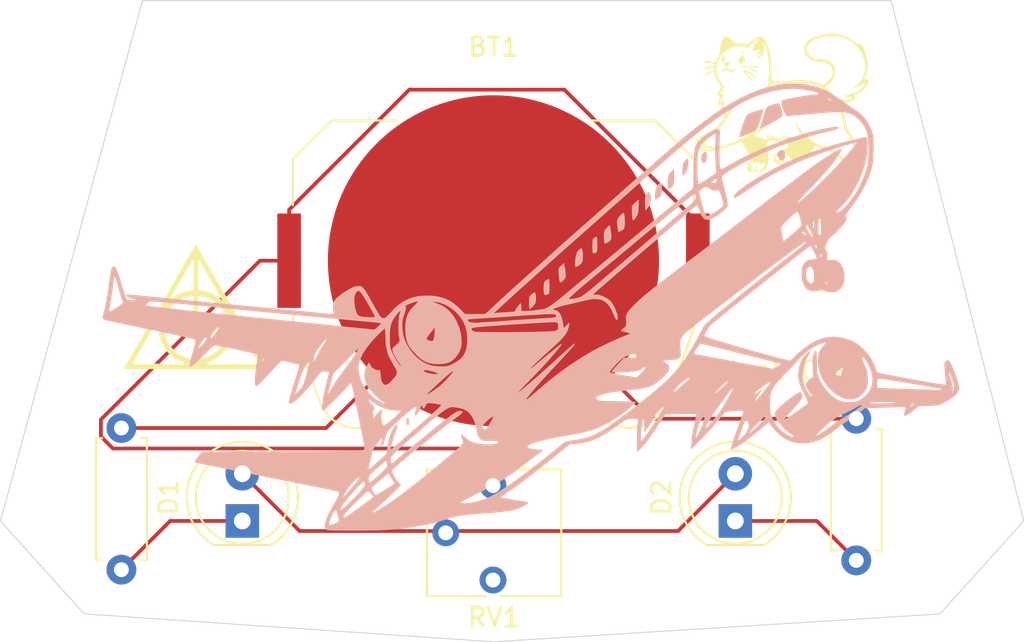
<source format=kicad_pcb>
(kicad_pcb (version 20241229) (generator "pcbnew") (generator_version "9.0")
  (layers (0 "F.Cu" signal) (2 "B.Cu" signal) (13 "F.Paste" user) (15 "B.Paste" user) (5 "F.SilkS" user "F.Silkscreen") (7 "B.SilkS" user "B.Silkscreen") (1 "F.Mask" user) (3 "B.Mask" user) (25 "Edge.Cuts" user))
  (net 0 "")
  (net 1 "Net-(BT1-+)")
  (net 2 "Net-(BT1--)")
  (net 3 "Net-(D1-K)")
  (net 4 "Net-(D2-K)")
  (net 5 "Net-(D1-A)")
  (footprint "LOGO" (layer "F.Cu") (at 145.5 83.5)
    (property "Reference" "G***" (hide yes))
    (property "Value" "LOGO" (hide yes))
  )
  (footprint "LED_THT:LED_D5.0mm" (layer "F.Cu") (at 148 95 90)
    (property "Reference" "D1" (at 1.27 -3.96 90) (layer "F.SilkS"))
    (property "Value" "LED" (hide yes))
    (pad "1" thru_hole rect (at 0 0 90) (size 1.8 1.8) (drill 0.9) (layers "*.Cu" "*.Mask") (net 3 "Net-(D1-K)"))
    (pad "2" thru_hole circle (at 2.54 0 90) (size 1.8 1.8) (drill 0.9) (layers "*.Cu" "*.Mask") (net 5 "Net-(D1-A)"))
  )
  (footprint "Resistor_THT:R_Axial_DIN0207_L6.3mm_D2.5mm_P7.62mm_Horizontal" (layer "F.Cu") (at 181 97.12 90)
    (property "Reference" "R2" (hide yes))
    (property "Value" "R" (hide yes))
    (pad "1" thru_hole circle (at 0 0 90) (size 1.6 1.6) (drill 0.8) (layers "*.Cu" "*.Mask") (net 4 "Net-(D2-K)"))
    (pad "2" thru_hole circle (at 7.62 0 90) (size 1.6 1.6) (drill 0.8) (layers "*.Cu" "*.Mask") (net 2 "Net-(BT1--)"))
  )
  (footprint "Resistor_THT:R_Axial_DIN0207_L6.3mm_D2.5mm_P7.62mm_Horizontal" (layer "F.Cu") (at 141.5 97.62 90)
    (property "Reference" "R1" (hide yes))
    (property "Value" "R" (hide yes))
    (pad "1" thru_hole circle (at 0 0 90) (size 1.6 1.6) (drill 0.8) (layers "*.Cu" "*.Mask") (net 3 "Net-(D1-K)"))
    (pad "2" thru_hole circle (at 7.62 0 90) (size 1.6 1.6) (drill 0.8) (layers "*.Cu" "*.Mask") (net 2 "Net-(BT1--)"))
  )
  (footprint "LED_THT:LED_D5.0mm" (layer "F.Cu") (at 174.5 95 90)
    (property "Reference" "D2" (at 1.27 -3.96 90) (layer "F.SilkS"))
    (property "Value" "LED")
    (pad "1" thru_hole rect (at 0 0 90) (size 1.8 1.8) (drill 0.9) (layers "*.Cu" "*.Mask") (net 4 "Net-(D2-K)"))
    (pad "2" thru_hole circle (at 2.54 0 90) (size 1.8 1.8) (drill 0.9) (layers "*.Cu" "*.Mask") (net 5 "Net-(D1-A)"))
  )
  (footprint "Potentiometer_THT:Potentiometer_Vishay_T73YP_Vertical" (layer "F.Cu") (at 161.473978 93.096525 180)
    (property "Reference" "RV1" (at -0.06 -7.09 0) (layer "F.SilkS"))
    (property "Value" "R_Potentiometer" (hide yes))
    (pad "1" thru_hole circle (at 0 0 180) (size 1.44 1.44) (drill 0.8) (layers "*.Cu" "*.Mask") (net 1 "Net-(BT1-+)"))
    (pad "2" thru_hole circle (at 2.54 -2.54 180) (size 1.44 1.44) (drill 0.8) (layers "*.Cu" "*.Mask") (net 5 "Net-(D1-A)"))
    (pad "3" thru_hole circle (at 0 -5.08 180) (size 1.44 1.44) (drill 0.8) (layers "*.Cu" "*.Mask"))
  )
  (footprint "LOGO" (layer "F.Cu") (at 177 72.5)
    (property "Reference" "G***" (hide yes))
    (property "Value" "LOGO" (hide yes))
  )
  (footprint "Battery:BatteryHolder_Keystone_3034_1x20mm" (layer "F.Cu") (at 161.5 81)
    (property "Reference" "BT1" (at 0 -11.5 0) (layer "F.SilkS"))
    (property "Value" "Battery_Cell" (hide yes))
    (pad "1" smd rect (at -10.985 0) (size 1.27 5.08) (layers "F.Cu" "F.Mask" "F.Paste") (net 1 "Net-(BT1-+)"))
    (pad "1" smd rect (at 10.985 0) (size 1.27 5.08) (layers "F.Cu" "F.Mask" "F.Paste") (net 1 "Net-(BT1-+)"))
    (pad "2" smd circle (at 0 0) (size 17.8 17.8) (layers "F.Cu" "F.Mask") (net 2 "Net-(BT1--)"))
  )
  (footprint "LOGO" (layer "B.Cu") (at 163.5 83.5 180)
    (property "Reference" "G***" (hide yes))
    (property "Value" "LOGO" (hide yes))
  )
  (gr_poly (pts (xy 135 95) (xy 139.5 100) (xy 161.5 101.5) (xy 185.5 100) (xy 190 95) (xy 182.872728 67) (xy 142.636364 67)) (stroke (width 0.05)) (fill no) (layer "Edge.Cuts"))
  (gr_text "Hack Club" (at 173.5 87.5 0) (layer "F.SilkS") (effects (font (size 1 1)) (justify left bottom)))
  (segment (start 140.399 90.45605) (end 140.399 89.54395) (width 0.2) (layer "F.Cu") (net 1))
  (segment (start 156.976 71.799) (end 165.311179 71.799) (width 0.2) (layer "F.Cu") (net 1))
  (segment (start 150.515 78.26) (end 156.976 71.799) (width 0.2) (layer "F.Cu") (net 1))
  (segment (start 140.399 89.54395) (end 148.94295 81) (width 0.2) (layer "F.Cu") (net 1))
  (segment (start 172.485 78.972821) (end 172.485 81) (width 0.2) (layer "F.Cu") (net 1))
  (segment (start 150.515 81) (end 150.515 78.26) (width 0.2) (layer "F.Cu") (net 1))
  (segment (start 148.94295 81) (end 150.515 81) (width 0.2) (layer "F.Cu") (net 1))
  (segment (start 165.311179 71.799) (end 172.485 78.972821) (width 0.2) (layer "F.Cu") (net 1))
  (segment (start 159.601 91.101) (end 141.04395 91.101) (width 0.2) (layer "F.Cu") (net 1))
  (segment (start 141.04395 91.101) (end 140.399 90.45605) (width 0.2) (layer "F.Cu") (net 1))
  (segment (start 161.5 93) (end 159.601 91.101) (width 0.2) (layer "F.Cu") (net 1))
  (segment (start 152.5 90) (end 161.5 81) (width 0.2) (layer "F.Cu") (net 2))
  (segment (start 141.5 90) (end 152.5 90) (width 0.2) (layer "F.Cu") (net 2))
  (segment (start 181 89.5) (end 170 89.5) (width 0.2) (layer "F.Cu") (net 2))
  (segment (start 170 89.5) (end 161.5 81) (width 0.2) (layer "F.Cu") (net 2))
  (segment (start 148 95) (end 144.12 95) (width 0.2) (layer "F.Cu") (net 3))
  (segment (start 144.12 95) (end 141.5 97.62) (width 0.2) (layer "F.Cu") (net 3))
  (segment (start 174.5 95) (end 178.88 95) (width 0.2) (layer "F.Cu") (net 4))
  (segment (start 178.88 95) (end 181 97.12) (width 0.2) (layer "F.Cu") (net 4))
  (segment (start 151.08 95.54) (end 148 92.46) (width 0.2) (layer "F.Cu") (net 5))
  (segment (start 171.42 95.54) (end 174.5 92.46) (width 0.2) (layer "F.Cu") (net 5))
  (segment (start 158.96 95.54) (end 171.42 95.54) (width 0.2) (layer "F.Cu") (net 5))
  (segment (start 158.96 95.54) (end 151.08 95.54) (width 0.2) (layer "F.Cu") (net 5))
)
</source>
